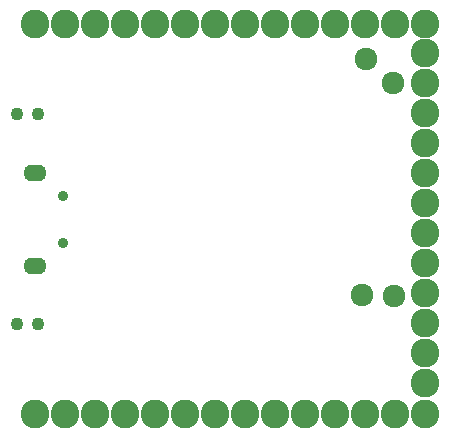
<source format=gbr>
G04 #@! TF.FileFunction,Soldermask,Bot*
%FSLAX46Y46*%
G04 Gerber Fmt 4.6, Leading zero omitted, Abs format (unit mm)*
G04 Created by KiCad (PCBNEW 4.0.4-stable) date 2016 October 10, Monday 23:42:28*
%MOMM*%
%LPD*%
G01*
G04 APERTURE LIST*
%ADD10C,0.100000*%
%ADD11C,1.924000*%
%ADD12O,1.950000X1.400000*%
%ADD13C,0.900000*%
%ADD14C,2.432000*%
%ADD15C,1.100000*%
G04 APERTURE END LIST*
D10*
D11*
X32893000Y-25527000D03*
D12*
X2540000Y-15113000D03*
X2540000Y-22987000D03*
D13*
X4845000Y-21050000D03*
X4845000Y-17050000D03*
D14*
X33020000Y-2540000D03*
X35560000Y-2540000D03*
X17780000Y-2540000D03*
X20320000Y-2540000D03*
X22860000Y-2540000D03*
X30480000Y-2540000D03*
X27940000Y-2540000D03*
X25400000Y-2540000D03*
X10160000Y-2540000D03*
X12700000Y-2540000D03*
X15240000Y-2540000D03*
X7620000Y-2540000D03*
X5080000Y-2540000D03*
X2540000Y-2540000D03*
X33020000Y-35560000D03*
X35560000Y-35560000D03*
X17780000Y-35560000D03*
X20320000Y-35560000D03*
X22860000Y-35560000D03*
X30480000Y-35560000D03*
X27940000Y-35560000D03*
X25400000Y-35560000D03*
X10160000Y-35560000D03*
X12700000Y-35560000D03*
X15240000Y-35560000D03*
X7620000Y-35560000D03*
X5080000Y-35560000D03*
X2540000Y-35560000D03*
X35560000Y-20256500D03*
X35560000Y-22796500D03*
X35560000Y-25336500D03*
X35560000Y-32956500D03*
X35560000Y-30416500D03*
X35560000Y-27876500D03*
X35560000Y-12636500D03*
X35560000Y-15176500D03*
X35560000Y-17716500D03*
X35560000Y-10096500D03*
X35560000Y-7556500D03*
X35560000Y-5016500D03*
D15*
X2805000Y-10160000D03*
X1005000Y-10160000D03*
X2805000Y-27940000D03*
X1005000Y-27940000D03*
D11*
X30543500Y-5461000D03*
X32829500Y-7556500D03*
X30226000Y-25463500D03*
M02*

</source>
